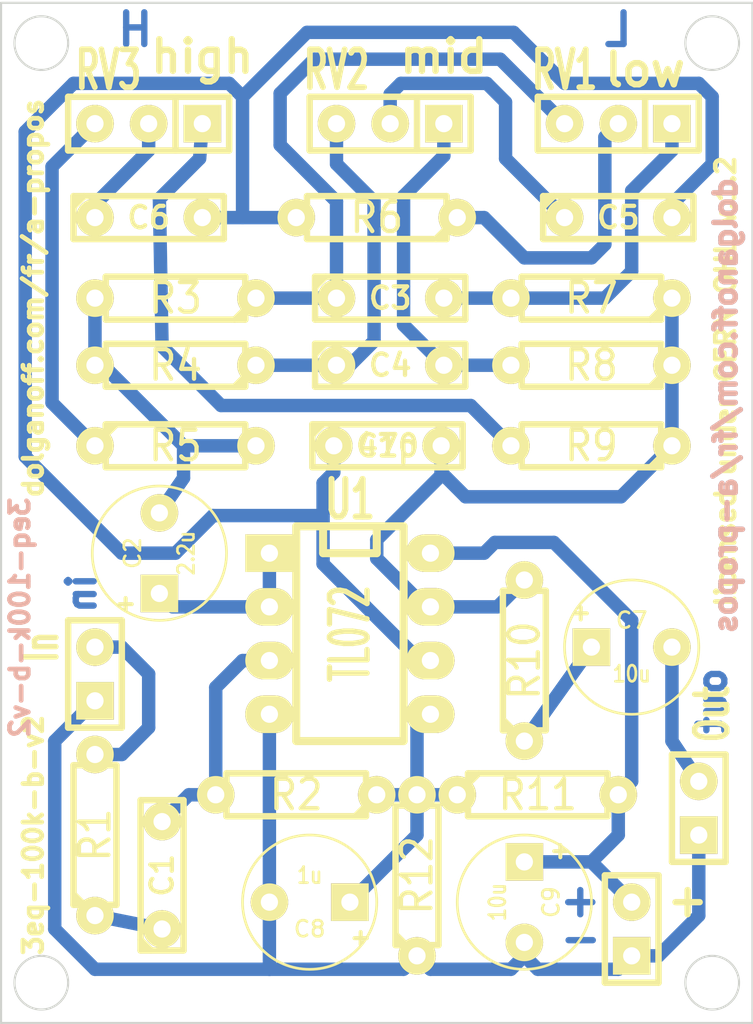
<source format=kicad_pcb>
(kicad_pcb (version 4) (host pcbnew "(2014-09-19 BZR 5142)-product")

  (general
    (links 46)
    (no_connects 0)
    (area 112.328325 75.97 148.005001 124.510001)
    (thickness 1.6)
    (drawings 27)
    (tracks 144)
    (zones 0)
    (modules 29)
    (nets 22)
  )

  (page A4)
  (layers
    (0 F.Cu signal)
    (31 B.Cu signal)
    (32 B.Adhes user hide)
    (33 F.Adhes user hide)
    (34 B.Paste user hide)
    (35 F.Paste user hide)
    (36 B.SilkS user)
    (37 F.SilkS user)
    (38 B.Mask user)
    (39 F.Mask user)
    (40 Dwgs.User user)
    (41 Cmts.User user hide)
    (42 Eco1.User user hide)
    (43 Eco2.User user hide)
    (44 Edge.Cuts user)
    (45 Margin user hide)
    (46 B.CrtYd user hide)
    (47 F.CrtYd user hide)
    (48 B.Fab user hide)
    (49 F.Fab user hide)
  )

  (setup
    (last_trace_width 0.635)
    (trace_clearance 0.508)
    (zone_clearance 0.508)
    (zone_45_only no)
    (trace_min 0.254)
    (segment_width 0.2)
    (edge_width 0.1)
    (via_size 0.889)
    (via_drill 0.635)
    (via_min_size 0.889)
    (via_min_drill 0.508)
    (uvia_size 0.508)
    (uvia_drill 0.127)
    (uvias_allowed no)
    (uvia_min_size 0.508)
    (uvia_min_drill 0.127)
    (pcb_text_width 0.3)
    (pcb_text_size 1.5 1.5)
    (mod_edge_width 0.15)
    (mod_text_size 1 1)
    (mod_text_width 0.15)
    (pad_size 1.5 1.5)
    (pad_drill 0.6)
    (pad_to_mask_clearance 0)
    (aux_axis_origin 0 0)
    (visible_elements 7FFEFFFF)
    (pcbplotparams
      (layerselection 0x00020_00000000)
      (usegerberextensions false)
      (excludeedgelayer false)
      (linewidth 0.100000)
      (plotframeref false)
      (viasonmask false)
      (mode 1)
      (useauxorigin false)
      (hpglpennumber 1)
      (hpglpenspeed 20)
      (hpglpendiameter 15)
      (hpglpenoverlay 2)
      (psnegative false)
      (psa4output false)
      (plotreference true)
      (plotvalue false)
      (plotinvisibletext true)
      (padsonsilk true)
      (subtractmaskfromsilk false)
      (outputformat 4)
      (mirror false)
      (drillshape 1)
      (scaleselection 1)
      (outputdirectory ""))
  )

  (net 0 "")
  (net 1 "Net-(C1-Pad1)")
  (net 2 "Net-(C1-Pad2)")
  (net 3 "Net-(C2-Pad1)")
  (net 4 "Net-(C2-Pad2)")
  (net 5 "Net-(C3-Pad1)")
  (net 6 "Net-(C3-Pad2)")
  (net 7 "Net-(C4-Pad1)")
  (net 8 "Net-(C4-Pad2)")
  (net 9 "Net-(C5-Pad1)")
  (net 10 "Net-(C6-Pad1)")
  (net 11 "Net-(C7-Pad1)")
  (net 12 "Net-(C7-Pad2)")
  (net 13 vRef)
  (net 14 GND)
  (net 15 v+)
  (net 16 "Net-(P1-Pad2)")
  (net 17 "Net-(R5-Pad1)")
  (net 18 "Net-(R6-Pad1)")
  (net 19 "Net-(R9-Pad2)")
  (net 20 "Net-(C10-Pad1)")
  (net 21 "Net-(C10-Pad2)")

  (net_class Default "This is the default net class."
    (clearance 0.508)
    (trace_width 0.635)
    (via_dia 0.889)
    (via_drill 0.635)
    (uvia_dia 0.508)
    (uvia_drill 0.127)
    (add_net GND)
    (add_net "Net-(C1-Pad1)")
    (add_net "Net-(C1-Pad2)")
    (add_net "Net-(C10-Pad1)")
    (add_net "Net-(C10-Pad2)")
    (add_net "Net-(C2-Pad1)")
    (add_net "Net-(C2-Pad2)")
    (add_net "Net-(C3-Pad1)")
    (add_net "Net-(C3-Pad2)")
    (add_net "Net-(C4-Pad1)")
    (add_net "Net-(C4-Pad2)")
    (add_net "Net-(C5-Pad1)")
    (add_net "Net-(C6-Pad1)")
    (add_net "Net-(C7-Pad1)")
    (add_net "Net-(C7-Pad2)")
    (add_net "Net-(P1-Pad2)")
    (add_net "Net-(R5-Pad1)")
    (add_net "Net-(R6-Pad1)")
    (add_net "Net-(R9-Pad2)")
    (add_net v+)
    (add_net vRef)
  )

  (module Custom:C2-LARGE_PADS (layer F.Cu) (tedit 51B5A1DF) (tstamp 53FDE2E0)
    (at 120.015 117.475 90)
    (descr "Condensateur = 2 pas")
    (tags C)
    (path /53FDBB5C)
    (fp_text reference C1 (at 0 0 90) (layer F.SilkS)
      (effects (font (size 1.016 1.016) (thickness 0.2032)))
    )
    (fp_text value 0.1u (at 0 0 90) (layer F.SilkS) hide
      (effects (font (size 1.016 1.016) (thickness 0.2032)))
    )
    (fp_line (start -3.556 -1.016) (end 3.556 -1.016) (layer F.SilkS) (width 0.3048))
    (fp_line (start 3.556 -1.016) (end 3.556 1.016) (layer F.SilkS) (width 0.3048))
    (fp_line (start 3.556 1.016) (end -3.556 1.016) (layer F.SilkS) (width 0.3048))
    (fp_line (start -3.556 1.016) (end -3.556 -1.016) (layer F.SilkS) (width 0.3048))
    (fp_line (start -3.556 -0.508) (end -3.048 -1.016) (layer F.SilkS) (width 0.3048))
    (pad 1 thru_hole circle (at -2.54 0 90) (size 1.778 1.778) (drill 0.8128) (layers *.Cu *.Mask F.SilkS)
      (net 1 "Net-(C1-Pad1)"))
    (pad 2 thru_hole circle (at 2.54 0 90) (size 1.778 1.778) (drill 0.8128) (layers *.Cu *.Mask F.SilkS)
      (net 2 "Net-(C1-Pad2)"))
    (model discret/capa_2pas_5x5mm.wrl
      (at (xyz 0 0 0))
      (scale (xyz 1 1 1))
      (rotate (xyz 0 0 0))
    )
  )

  (module Custom:C1.5V7-LARGE_PADS (layer F.Cu) (tedit 53FDDD10) (tstamp 53FDE2E8)
    (at 119.888 102.235 90)
    (descr "Condensateur e = 1.5 pas")
    (tags C)
    (path /53FE7685)
    (fp_text reference C2 (at 0 -1.26746 90) (layer F.SilkS)
      (effects (font (size 0.762 0.762) (thickness 0.127)))
    )
    (fp_text value 2.2u (at 0 1.27 90) (layer F.SilkS)
      (effects (font (size 0.762 0.635) (thickness 0.127)))
    )
    (fp_text user + (at -2.413 -1.651 90) (layer F.SilkS)
      (effects (font (size 0.762 0.762) (thickness 0.2032)))
    )
    (fp_circle (center 0 0) (end 0.127 -3.175) (layer F.SilkS) (width 0.127))
    (pad 1 thru_hole rect (at -1.905 0 90) (size 1.778 1.778) (drill 0.8128) (layers *.Cu *.Mask F.SilkS)
      (net 3 "Net-(C2-Pad1)"))
    (pad 2 thru_hole circle (at 1.905 0 90) (size 1.778 1.778) (drill 0.8128) (layers *.Cu *.Mask F.SilkS)
      (net 4 "Net-(C2-Pad2)"))
    (model discret/c_vert_c1v5.wrl
      (at (xyz 0 0 0))
      (scale (xyz 1.5 1.5 1.5))
      (rotate (xyz 0 0 0))
    )
  )

  (module Custom:C2-LARGE_PADS (layer F.Cu) (tedit 51B5A1DF) (tstamp 53FDE2F3)
    (at 130.81 90.17)
    (descr "Condensateur = 2 pas")
    (tags C)
    (path /53FDC2BE)
    (fp_text reference C3 (at 0 0) (layer F.SilkS)
      (effects (font (size 1.016 1.016) (thickness 0.2032)))
    )
    (fp_text value 22n (at 0 0) (layer F.SilkS) hide
      (effects (font (size 1.016 1.016) (thickness 0.2032)))
    )
    (fp_line (start -3.556 -1.016) (end 3.556 -1.016) (layer F.SilkS) (width 0.3048))
    (fp_line (start 3.556 -1.016) (end 3.556 1.016) (layer F.SilkS) (width 0.3048))
    (fp_line (start 3.556 1.016) (end -3.556 1.016) (layer F.SilkS) (width 0.3048))
    (fp_line (start -3.556 1.016) (end -3.556 -1.016) (layer F.SilkS) (width 0.3048))
    (fp_line (start -3.556 -0.508) (end -3.048 -1.016) (layer F.SilkS) (width 0.3048))
    (pad 1 thru_hole circle (at -2.54 0) (size 1.778 1.778) (drill 0.8128) (layers *.Cu *.Mask F.SilkS)
      (net 5 "Net-(C3-Pad1)"))
    (pad 2 thru_hole circle (at 2.54 0) (size 1.778 1.778) (drill 0.8128) (layers *.Cu *.Mask F.SilkS)
      (net 6 "Net-(C3-Pad2)"))
    (model discret/capa_2pas_5x5mm.wrl
      (at (xyz 0 0 0))
      (scale (xyz 1 1 1))
      (rotate (xyz 0 0 0))
    )
  )

  (module Custom:C2-LARGE_PADS (layer F.Cu) (tedit 51B5A1DF) (tstamp 53FDE2FE)
    (at 130.81 93.345)
    (descr "Condensateur = 2 pas")
    (tags C)
    (path /53FDC47C)
    (fp_text reference C4 (at 0 0) (layer F.SilkS)
      (effects (font (size 1.016 1.016) (thickness 0.2032)))
    )
    (fp_text value 3.3n (at 0 0) (layer F.SilkS) hide
      (effects (font (size 1.016 1.016) (thickness 0.2032)))
    )
    (fp_line (start -3.556 -1.016) (end 3.556 -1.016) (layer F.SilkS) (width 0.3048))
    (fp_line (start 3.556 -1.016) (end 3.556 1.016) (layer F.SilkS) (width 0.3048))
    (fp_line (start 3.556 1.016) (end -3.556 1.016) (layer F.SilkS) (width 0.3048))
    (fp_line (start -3.556 1.016) (end -3.556 -1.016) (layer F.SilkS) (width 0.3048))
    (fp_line (start -3.556 -0.508) (end -3.048 -1.016) (layer F.SilkS) (width 0.3048))
    (pad 1 thru_hole circle (at -2.54 0) (size 1.778 1.778) (drill 0.8128) (layers *.Cu *.Mask F.SilkS)
      (net 7 "Net-(C4-Pad1)"))
    (pad 2 thru_hole circle (at 2.54 0) (size 1.778 1.778) (drill 0.8128) (layers *.Cu *.Mask F.SilkS)
      (net 8 "Net-(C4-Pad2)"))
    (model discret/capa_2pas_5x5mm.wrl
      (at (xyz 0 0 0))
      (scale (xyz 1 1 1))
      (rotate (xyz 0 0 0))
    )
  )

  (module Custom:C2-LARGE_PADS (layer F.Cu) (tedit 51B5A1DF) (tstamp 53FDE309)
    (at 141.605 86.36)
    (descr "Condensateur = 2 pas")
    (tags C)
    (path /53FDCAA8)
    (fp_text reference C5 (at 0 0) (layer F.SilkS)
      (effects (font (size 1.016 1.016) (thickness 0.2032)))
    )
    (fp_text value 10n (at 0 0) (layer F.SilkS) hide
      (effects (font (size 1.016 1.016) (thickness 0.2032)))
    )
    (fp_line (start -3.556 -1.016) (end 3.556 -1.016) (layer F.SilkS) (width 0.3048))
    (fp_line (start 3.556 -1.016) (end 3.556 1.016) (layer F.SilkS) (width 0.3048))
    (fp_line (start 3.556 1.016) (end -3.556 1.016) (layer F.SilkS) (width 0.3048))
    (fp_line (start -3.556 1.016) (end -3.556 -1.016) (layer F.SilkS) (width 0.3048))
    (fp_line (start -3.556 -0.508) (end -3.048 -1.016) (layer F.SilkS) (width 0.3048))
    (pad 1 thru_hole circle (at -2.54 0) (size 1.778 1.778) (drill 0.8128) (layers *.Cu *.Mask F.SilkS)
      (net 9 "Net-(C5-Pad1)"))
    (pad 2 thru_hole circle (at 2.54 0) (size 1.778 1.778) (drill 0.8128) (layers *.Cu *.Mask F.SilkS)
      (net 20 "Net-(C10-Pad1)"))
    (model discret/capa_2pas_5x5mm.wrl
      (at (xyz 0 0 0))
      (scale (xyz 1 1 1))
      (rotate (xyz 0 0 0))
    )
  )

  (module Custom:C2-LARGE_PADS (layer F.Cu) (tedit 51B5A1DF) (tstamp 53FDE314)
    (at 119.38 86.36)
    (descr "Condensateur = 2 pas")
    (tags C)
    (path /53FDCDDD)
    (fp_text reference C6 (at 0 0) (layer F.SilkS)
      (effects (font (size 1.016 1.016) (thickness 0.2032)))
    )
    (fp_text value 2.2n (at 0 0) (layer F.SilkS) hide
      (effects (font (size 1.016 1.016) (thickness 0.2032)))
    )
    (fp_line (start -3.556 -1.016) (end 3.556 -1.016) (layer F.SilkS) (width 0.3048))
    (fp_line (start 3.556 -1.016) (end 3.556 1.016) (layer F.SilkS) (width 0.3048))
    (fp_line (start 3.556 1.016) (end -3.556 1.016) (layer F.SilkS) (width 0.3048))
    (fp_line (start -3.556 1.016) (end -3.556 -1.016) (layer F.SilkS) (width 0.3048))
    (fp_line (start -3.556 -0.508) (end -3.048 -1.016) (layer F.SilkS) (width 0.3048))
    (pad 1 thru_hole circle (at -2.54 0) (size 1.778 1.778) (drill 0.8128) (layers *.Cu *.Mask F.SilkS)
      (net 10 "Net-(C6-Pad1)"))
    (pad 2 thru_hole circle (at 2.54 0) (size 1.778 1.778) (drill 0.8128) (layers *.Cu *.Mask F.SilkS)
      (net 20 "Net-(C10-Pad1)"))
    (model discret/capa_2pas_5x5mm.wrl
      (at (xyz 0 0 0))
      (scale (xyz 1 1 1))
      (rotate (xyz 0 0 0))
    )
  )

  (module Custom:C1.5V7-LARGE_PADS (layer F.Cu) (tedit 53FDDD10) (tstamp 53FFC72C)
    (at 142.24 106.68)
    (descr "Condensateur e = 1.5 pas")
    (tags C)
    (path /53FDE111)
    (fp_text reference C7 (at 0 -1.26746) (layer F.SilkS)
      (effects (font (size 0.762 0.762) (thickness 0.127)))
    )
    (fp_text value 10u (at 0 1.27) (layer F.SilkS)
      (effects (font (size 0.762 0.635) (thickness 0.127)))
    )
    (fp_text user + (at -2.413 -1.651) (layer F.SilkS)
      (effects (font (size 0.762 0.762) (thickness 0.2032)))
    )
    (fp_circle (center 0 0) (end 0.127 -3.175) (layer F.SilkS) (width 0.127))
    (pad 1 thru_hole rect (at -1.905 0) (size 1.778 1.778) (drill 0.8128) (layers *.Cu *.Mask F.SilkS)
      (net 11 "Net-(C7-Pad1)"))
    (pad 2 thru_hole circle (at 1.905 0) (size 1.778 1.778) (drill 0.8128) (layers *.Cu *.Mask F.SilkS)
      (net 12 "Net-(C7-Pad2)"))
    (model discret/c_vert_c1v5.wrl
      (at (xyz 0 0 0))
      (scale (xyz 1.5 1.5 1.5))
      (rotate (xyz 0 0 0))
    )
  )

  (module Custom:C1.5V7-LARGE_PADS (layer F.Cu) (tedit 53FDDD10) (tstamp 53FDE324)
    (at 127 118.745 180)
    (descr "Condensateur e = 1.5 pas")
    (tags C)
    (path /53FDFA0B)
    (fp_text reference C8 (at 0 -1.26746 180) (layer F.SilkS)
      (effects (font (size 0.762 0.762) (thickness 0.127)))
    )
    (fp_text value 1u (at 0 1.27 180) (layer F.SilkS)
      (effects (font (size 0.762 0.635) (thickness 0.127)))
    )
    (fp_text user + (at -2.413 -1.651 180) (layer F.SilkS)
      (effects (font (size 0.762 0.762) (thickness 0.2032)))
    )
    (fp_circle (center 0 0) (end 0.127 -3.175) (layer F.SilkS) (width 0.127))
    (pad 1 thru_hole rect (at -1.905 0 180) (size 1.778 1.778) (drill 0.8128) (layers *.Cu *.Mask F.SilkS)
      (net 13 vRef))
    (pad 2 thru_hole circle (at 1.905 0 180) (size 1.778 1.778) (drill 0.8128) (layers *.Cu *.Mask F.SilkS)
      (net 14 GND))
    (model discret/c_vert_c1v5.wrl
      (at (xyz 0 0 0))
      (scale (xyz 1.5 1.5 1.5))
      (rotate (xyz 0 0 0))
    )
  )

  (module Custom:C1.5V7-LARGE_PADS (layer F.Cu) (tedit 53FDDD10) (tstamp 53FDE32C)
    (at 137.16 118.745 270)
    (descr "Condensateur e = 1.5 pas")
    (tags C)
    (path /53FDFBF8)
    (fp_text reference C9 (at 0 -1.26746 270) (layer F.SilkS)
      (effects (font (size 0.762 0.762) (thickness 0.127)))
    )
    (fp_text value 10u (at 0 1.27 270) (layer F.SilkS)
      (effects (font (size 0.762 0.635) (thickness 0.127)))
    )
    (fp_text user + (at -2.413 -1.651 270) (layer F.SilkS)
      (effects (font (size 0.762 0.762) (thickness 0.2032)))
    )
    (fp_circle (center 0 0) (end 0.127 -3.175) (layer F.SilkS) (width 0.127))
    (pad 1 thru_hole rect (at -1.905 0 270) (size 1.778 1.778) (drill 0.8128) (layers *.Cu *.Mask F.SilkS)
      (net 15 v+))
    (pad 2 thru_hole circle (at 1.905 0 270) (size 1.778 1.778) (drill 0.8128) (layers *.Cu *.Mask F.SilkS)
      (net 14 GND))
    (model discret/c_vert_c1v5.wrl
      (at (xyz 0 0 0))
      (scale (xyz 1.5 1.5 1.5))
      (rotate (xyz 0 0 0))
    )
  )

  (module Custom:SIL-2-LARGE_PADS (layer F.Cu) (tedit 53FE459A) (tstamp 53FDE336)
    (at 116.84 107.95 90)
    (descr "Connecteurs 2 pins")
    (tags "CONN DEV")
    (path /53FDEDC6)
    (fp_text reference P1 (at 0 -2.54 90) (layer F.SilkS) hide
      (effects (font (size 1.72974 1.08712) (thickness 0.27178)))
    )
    (fp_text value In (at 1.27 -2.54 90) (layer F.SilkS)
      (effects (font (size 1.524 1.016) (thickness 0.254)))
    )
    (fp_line (start -2.54 1.27) (end -2.54 -1.27) (layer F.SilkS) (width 0.3048))
    (fp_line (start -2.54 -1.27) (end 2.54 -1.27) (layer F.SilkS) (width 0.3048))
    (fp_line (start 2.54 -1.27) (end 2.54 1.27) (layer F.SilkS) (width 0.3048))
    (fp_line (start 2.54 1.27) (end -2.54 1.27) (layer F.SilkS) (width 0.3048))
    (pad 1 thru_hole rect (at -1.27 0 90) (size 1.778 1.778) (drill 0.8128) (layers *.Cu *.Mask F.SilkS)
      (net 14 GND))
    (pad 2 thru_hole circle (at 1.27 0 90) (size 1.778 1.778) (drill 0.8128) (layers *.Cu *.Mask F.SilkS)
      (net 16 "Net-(P1-Pad2)"))
  )

  (module Custom:SIL-2-LARGE_PADS (layer F.Cu) (tedit 53FE45B1) (tstamp 53FDE340)
    (at 145.415 114.3 90)
    (descr "Connecteurs 2 pins")
    (tags "CONN DEV")
    (path /53FDE8A1)
    (fp_text reference P2 (at 2.54 -2.54 90) (layer F.SilkS) hide
      (effects (font (size 1.72974 1.08712) (thickness 0.27178)))
    )
    (fp_text value Out (at 4.445 0.635 90) (layer F.SilkS)
      (effects (font (size 1.524 1.016) (thickness 0.254)))
    )
    (fp_line (start -2.54 1.27) (end -2.54 -1.27) (layer F.SilkS) (width 0.3048))
    (fp_line (start -2.54 -1.27) (end 2.54 -1.27) (layer F.SilkS) (width 0.3048))
    (fp_line (start 2.54 -1.27) (end 2.54 1.27) (layer F.SilkS) (width 0.3048))
    (fp_line (start 2.54 1.27) (end -2.54 1.27) (layer F.SilkS) (width 0.3048))
    (pad 1 thru_hole rect (at -1.27 0 90) (size 1.778 1.778) (drill 0.8128) (layers *.Cu *.Mask F.SilkS)
      (net 14 GND))
    (pad 2 thru_hole circle (at 1.27 0 90) (size 1.778 1.778) (drill 0.8128) (layers *.Cu *.Mask F.SilkS)
      (net 12 "Net-(C7-Pad2)"))
  )

  (module Custom:SIL-2-LARGE_PADS (layer F.Cu) (tedit 5400644D) (tstamp 53FDE34A)
    (at 142.24 120.015 90)
    (descr "Connecteurs 2 pins")
    (tags "CONN DEV")
    (path /53FE0641)
    (fp_text reference P3 (at -2.032 -2.54 90) (layer F.SilkS) hide
      (effects (font (size 1.72974 1.08712) (thickness 0.27178)))
    )
    (fp_text value Power (at 1.397 -2.286 90) (layer F.SilkS) hide
      (effects (font (size 1.524 1.016) (thickness 0.3048)))
    )
    (fp_line (start -2.54 1.27) (end -2.54 -1.27) (layer F.SilkS) (width 0.3048))
    (fp_line (start -2.54 -1.27) (end 2.54 -1.27) (layer F.SilkS) (width 0.3048))
    (fp_line (start 2.54 -1.27) (end 2.54 1.27) (layer F.SilkS) (width 0.3048))
    (fp_line (start 2.54 1.27) (end -2.54 1.27) (layer F.SilkS) (width 0.3048))
    (pad 1 thru_hole rect (at -1.27 0 90) (size 1.778 1.778) (drill 0.8128) (layers *.Cu *.Mask F.SilkS)
      (net 14 GND))
    (pad 2 thru_hole circle (at 1.27 0 90) (size 1.778 1.778) (drill 0.8128) (layers *.Cu *.Mask F.SilkS)
      (net 15 v+))
  )

  (module Custom:R3-LARGE_PADS (layer F.Cu) (tedit 51B5A1F4) (tstamp 53FDE358)
    (at 116.84 115.57 90)
    (descr "Resitance 3 pas")
    (tags R)
    (path /53FDBB22)
    (autoplace_cost180 10)
    (fp_text reference R1 (at 0 0 90) (layer F.SilkS)
      (effects (font (size 1.397 1.27) (thickness 0.2032)))
    )
    (fp_text value 1K (at 0 0 90) (layer F.SilkS) hide
      (effects (font (size 1.397 1.27) (thickness 0.2032)))
    )
    (fp_line (start -3.81 0) (end -3.302 0) (layer F.SilkS) (width 0.3048))
    (fp_line (start 3.81 0) (end 3.302 0) (layer F.SilkS) (width 0.3048))
    (fp_line (start 3.302 0) (end 3.302 -1.016) (layer F.SilkS) (width 0.3048))
    (fp_line (start 3.302 -1.016) (end -3.302 -1.016) (layer F.SilkS) (width 0.3048))
    (fp_line (start -3.302 -1.016) (end -3.302 1.016) (layer F.SilkS) (width 0.3048))
    (fp_line (start -3.302 1.016) (end 3.302 1.016) (layer F.SilkS) (width 0.3048))
    (fp_line (start 3.302 1.016) (end 3.302 0) (layer F.SilkS) (width 0.3048))
    (fp_line (start -3.302 -0.508) (end -2.794 -1.016) (layer F.SilkS) (width 0.3048))
    (pad 1 thru_hole circle (at -3.81 0 90) (size 1.778 1.778) (drill 0.8128) (layers *.Cu *.Mask F.SilkS)
      (net 1 "Net-(C1-Pad1)"))
    (pad 2 thru_hole circle (at 3.81 0 90) (size 1.778 1.778) (drill 0.8128) (layers *.Cu *.Mask F.SilkS)
      (net 16 "Net-(P1-Pad2)"))
    (model discret/resistor.wrl
      (at (xyz 0 0 0))
      (scale (xyz 0.3 0.3 0.3))
      (rotate (xyz 0 0 0))
    )
  )

  (module Custom:R3-LARGE_PADS (layer F.Cu) (tedit 51B5A1F4) (tstamp 53FDE366)
    (at 126.365 113.665 180)
    (descr "Resitance 3 pas")
    (tags R)
    (path /53FDBBE1)
    (autoplace_cost180 10)
    (fp_text reference R2 (at 0 0 180) (layer F.SilkS)
      (effects (font (size 1.397 1.27) (thickness 0.2032)))
    )
    (fp_text value "4.7 Meg" (at 0 0 180) (layer F.SilkS) hide
      (effects (font (size 1.397 1.27) (thickness 0.2032)))
    )
    (fp_line (start -3.81 0) (end -3.302 0) (layer F.SilkS) (width 0.3048))
    (fp_line (start 3.81 0) (end 3.302 0) (layer F.SilkS) (width 0.3048))
    (fp_line (start 3.302 0) (end 3.302 -1.016) (layer F.SilkS) (width 0.3048))
    (fp_line (start 3.302 -1.016) (end -3.302 -1.016) (layer F.SilkS) (width 0.3048))
    (fp_line (start -3.302 -1.016) (end -3.302 1.016) (layer F.SilkS) (width 0.3048))
    (fp_line (start -3.302 1.016) (end 3.302 1.016) (layer F.SilkS) (width 0.3048))
    (fp_line (start 3.302 1.016) (end 3.302 0) (layer F.SilkS) (width 0.3048))
    (fp_line (start -3.302 -0.508) (end -2.794 -1.016) (layer F.SilkS) (width 0.3048))
    (pad 1 thru_hole circle (at -3.81 0 180) (size 1.778 1.778) (drill 0.8128) (layers *.Cu *.Mask F.SilkS)
      (net 13 vRef))
    (pad 2 thru_hole circle (at 3.81 0 180) (size 1.778 1.778) (drill 0.8128) (layers *.Cu *.Mask F.SilkS)
      (net 2 "Net-(C1-Pad2)"))
    (model discret/resistor.wrl
      (at (xyz 0 0 0))
      (scale (xyz 0.3 0.3 0.3))
      (rotate (xyz 0 0 0))
    )
  )

  (module Custom:R3-LARGE_PADS (layer F.Cu) (tedit 51B5A1F4) (tstamp 53FDE374)
    (at 120.65 90.17 180)
    (descr "Resitance 3 pas")
    (tags R)
    (path /53FDC007)
    (autoplace_cost180 10)
    (fp_text reference R3 (at 0 0 180) (layer F.SilkS)
      (effects (font (size 1.397 1.27) (thickness 0.2032)))
    )
    (fp_text value 22K (at 0 0 180) (layer F.SilkS) hide
      (effects (font (size 1.397 1.27) (thickness 0.2032)))
    )
    (fp_line (start -3.81 0) (end -3.302 0) (layer F.SilkS) (width 0.3048))
    (fp_line (start 3.81 0) (end 3.302 0) (layer F.SilkS) (width 0.3048))
    (fp_line (start 3.302 0) (end 3.302 -1.016) (layer F.SilkS) (width 0.3048))
    (fp_line (start 3.302 -1.016) (end -3.302 -1.016) (layer F.SilkS) (width 0.3048))
    (fp_line (start -3.302 -1.016) (end -3.302 1.016) (layer F.SilkS) (width 0.3048))
    (fp_line (start -3.302 1.016) (end 3.302 1.016) (layer F.SilkS) (width 0.3048))
    (fp_line (start 3.302 1.016) (end 3.302 0) (layer F.SilkS) (width 0.3048))
    (fp_line (start -3.302 -0.508) (end -2.794 -1.016) (layer F.SilkS) (width 0.3048))
    (pad 1 thru_hole circle (at -3.81 0 180) (size 1.778 1.778) (drill 0.8128) (layers *.Cu *.Mask F.SilkS)
      (net 5 "Net-(C3-Pad1)"))
    (pad 2 thru_hole circle (at 3.81 0 180) (size 1.778 1.778) (drill 0.8128) (layers *.Cu *.Mask F.SilkS)
      (net 4 "Net-(C2-Pad2)"))
    (model discret/resistor.wrl
      (at (xyz 0 0 0))
      (scale (xyz 0.3 0.3 0.3))
      (rotate (xyz 0 0 0))
    )
  )

  (module Custom:R3-LARGE_PADS (layer F.Cu) (tedit 51B5A1F4) (tstamp 53FDE382)
    (at 120.65 93.345 180)
    (descr "Resitance 3 pas")
    (tags R)
    (path /53FDC033)
    (autoplace_cost180 10)
    (fp_text reference R4 (at 0 0 180) (layer F.SilkS)
      (effects (font (size 1.397 1.27) (thickness 0.2032)))
    )
    (fp_text value 10K (at 0 0 180) (layer F.SilkS) hide
      (effects (font (size 1.397 1.27) (thickness 0.2032)))
    )
    (fp_line (start -3.81 0) (end -3.302 0) (layer F.SilkS) (width 0.3048))
    (fp_line (start 3.81 0) (end 3.302 0) (layer F.SilkS) (width 0.3048))
    (fp_line (start 3.302 0) (end 3.302 -1.016) (layer F.SilkS) (width 0.3048))
    (fp_line (start 3.302 -1.016) (end -3.302 -1.016) (layer F.SilkS) (width 0.3048))
    (fp_line (start -3.302 -1.016) (end -3.302 1.016) (layer F.SilkS) (width 0.3048))
    (fp_line (start -3.302 1.016) (end 3.302 1.016) (layer F.SilkS) (width 0.3048))
    (fp_line (start 3.302 1.016) (end 3.302 0) (layer F.SilkS) (width 0.3048))
    (fp_line (start -3.302 -0.508) (end -2.794 -1.016) (layer F.SilkS) (width 0.3048))
    (pad 1 thru_hole circle (at -3.81 0 180) (size 1.778 1.778) (drill 0.8128) (layers *.Cu *.Mask F.SilkS)
      (net 7 "Net-(C4-Pad1)"))
    (pad 2 thru_hole circle (at 3.81 0 180) (size 1.778 1.778) (drill 0.8128) (layers *.Cu *.Mask F.SilkS)
      (net 4 "Net-(C2-Pad2)"))
    (model discret/resistor.wrl
      (at (xyz 0 0 0))
      (scale (xyz 0.3 0.3 0.3))
      (rotate (xyz 0 0 0))
    )
  )

  (module Custom:R3-LARGE_PADS (layer F.Cu) (tedit 51B5A1F4) (tstamp 53FDE390)
    (at 120.65 97.155)
    (descr "Resitance 3 pas")
    (tags R)
    (path /53FDCD67)
    (autoplace_cost180 10)
    (fp_text reference R5 (at 0 0) (layer F.SilkS)
      (effects (font (size 1.397 1.27) (thickness 0.2032)))
    )
    (fp_text value 4.7K (at 0 0) (layer F.SilkS) hide
      (effects (font (size 1.397 1.27) (thickness 0.2032)))
    )
    (fp_line (start -3.81 0) (end -3.302 0) (layer F.SilkS) (width 0.3048))
    (fp_line (start 3.81 0) (end 3.302 0) (layer F.SilkS) (width 0.3048))
    (fp_line (start 3.302 0) (end 3.302 -1.016) (layer F.SilkS) (width 0.3048))
    (fp_line (start 3.302 -1.016) (end -3.302 -1.016) (layer F.SilkS) (width 0.3048))
    (fp_line (start -3.302 -1.016) (end -3.302 1.016) (layer F.SilkS) (width 0.3048))
    (fp_line (start -3.302 1.016) (end 3.302 1.016) (layer F.SilkS) (width 0.3048))
    (fp_line (start 3.302 1.016) (end 3.302 0) (layer F.SilkS) (width 0.3048))
    (fp_line (start -3.302 -0.508) (end -2.794 -1.016) (layer F.SilkS) (width 0.3048))
    (pad 1 thru_hole circle (at -3.81 0) (size 1.778 1.778) (drill 0.8128) (layers *.Cu *.Mask F.SilkS)
      (net 17 "Net-(R5-Pad1)"))
    (pad 2 thru_hole circle (at 3.81 0) (size 1.778 1.778) (drill 0.8128) (layers *.Cu *.Mask F.SilkS)
      (net 4 "Net-(C2-Pad2)"))
    (model discret/resistor.wrl
      (at (xyz 0 0 0))
      (scale (xyz 0.3 0.3 0.3))
      (rotate (xyz 0 0 0))
    )
  )

  (module Custom:R3-LARGE_PADS (layer F.Cu) (tedit 51B5A1F4) (tstamp 53FDE39E)
    (at 130.175 86.36 180)
    (descr "Resitance 3 pas")
    (tags R)
    (path /53FDC703)
    (autoplace_cost180 10)
    (fp_text reference R6 (at 0 0 180) (layer F.SilkS)
      (effects (font (size 1.397 1.27) (thickness 0.2032)))
    )
    (fp_text value 10K (at 0 0 180) (layer F.SilkS) hide
      (effects (font (size 1.397 1.27) (thickness 0.2032)))
    )
    (fp_line (start -3.81 0) (end -3.302 0) (layer F.SilkS) (width 0.3048))
    (fp_line (start 3.81 0) (end 3.302 0) (layer F.SilkS) (width 0.3048))
    (fp_line (start 3.302 0) (end 3.302 -1.016) (layer F.SilkS) (width 0.3048))
    (fp_line (start 3.302 -1.016) (end -3.302 -1.016) (layer F.SilkS) (width 0.3048))
    (fp_line (start -3.302 -1.016) (end -3.302 1.016) (layer F.SilkS) (width 0.3048))
    (fp_line (start -3.302 1.016) (end 3.302 1.016) (layer F.SilkS) (width 0.3048))
    (fp_line (start 3.302 1.016) (end 3.302 0) (layer F.SilkS) (width 0.3048))
    (fp_line (start -3.302 -0.508) (end -2.794 -1.016) (layer F.SilkS) (width 0.3048))
    (pad 1 thru_hole circle (at -3.81 0 180) (size 1.778 1.778) (drill 0.8128) (layers *.Cu *.Mask F.SilkS)
      (net 18 "Net-(R6-Pad1)"))
    (pad 2 thru_hole circle (at 3.81 0 180) (size 1.778 1.778) (drill 0.8128) (layers *.Cu *.Mask F.SilkS)
      (net 20 "Net-(C10-Pad1)"))
    (model discret/resistor.wrl
      (at (xyz 0 0 0))
      (scale (xyz 0.3 0.3 0.3))
      (rotate (xyz 0 0 0))
    )
  )

  (module Custom:R3-LARGE_PADS (layer F.Cu) (tedit 51B5A1F4) (tstamp 53FDE3AC)
    (at 140.335 90.17 180)
    (descr "Resitance 3 pas")
    (tags R)
    (path /53FDC2F0)
    (autoplace_cost180 10)
    (fp_text reference R7 (at 0 0 180) (layer F.SilkS)
      (effects (font (size 1.397 1.27) (thickness 0.2032)))
    )
    (fp_text value 22K (at 0 0 180) (layer F.SilkS) hide
      (effects (font (size 1.397 1.27) (thickness 0.2032)))
    )
    (fp_line (start -3.81 0) (end -3.302 0) (layer F.SilkS) (width 0.3048))
    (fp_line (start 3.81 0) (end 3.302 0) (layer F.SilkS) (width 0.3048))
    (fp_line (start 3.302 0) (end 3.302 -1.016) (layer F.SilkS) (width 0.3048))
    (fp_line (start 3.302 -1.016) (end -3.302 -1.016) (layer F.SilkS) (width 0.3048))
    (fp_line (start -3.302 -1.016) (end -3.302 1.016) (layer F.SilkS) (width 0.3048))
    (fp_line (start -3.302 1.016) (end 3.302 1.016) (layer F.SilkS) (width 0.3048))
    (fp_line (start 3.302 1.016) (end 3.302 0) (layer F.SilkS) (width 0.3048))
    (fp_line (start -3.302 -0.508) (end -2.794 -1.016) (layer F.SilkS) (width 0.3048))
    (pad 1 thru_hole circle (at -3.81 0 180) (size 1.778 1.778) (drill 0.8128) (layers *.Cu *.Mask F.SilkS)
      (net 21 "Net-(C10-Pad2)"))
    (pad 2 thru_hole circle (at 3.81 0 180) (size 1.778 1.778) (drill 0.8128) (layers *.Cu *.Mask F.SilkS)
      (net 6 "Net-(C3-Pad2)"))
    (model discret/resistor.wrl
      (at (xyz 0 0 0))
      (scale (xyz 0.3 0.3 0.3))
      (rotate (xyz 0 0 0))
    )
  )

  (module Custom:R3-LARGE_PADS (layer F.Cu) (tedit 51B5A1F4) (tstamp 53FDE3BA)
    (at 140.335 93.345 180)
    (descr "Resitance 3 pas")
    (tags R)
    (path /53FDC506)
    (autoplace_cost180 10)
    (fp_text reference R8 (at 0 0 180) (layer F.SilkS)
      (effects (font (size 1.397 1.27) (thickness 0.2032)))
    )
    (fp_text value 10K (at 0 0 180) (layer F.SilkS) hide
      (effects (font (size 1.397 1.27) (thickness 0.2032)))
    )
    (fp_line (start -3.81 0) (end -3.302 0) (layer F.SilkS) (width 0.3048))
    (fp_line (start 3.81 0) (end 3.302 0) (layer F.SilkS) (width 0.3048))
    (fp_line (start 3.302 0) (end 3.302 -1.016) (layer F.SilkS) (width 0.3048))
    (fp_line (start 3.302 -1.016) (end -3.302 -1.016) (layer F.SilkS) (width 0.3048))
    (fp_line (start -3.302 -1.016) (end -3.302 1.016) (layer F.SilkS) (width 0.3048))
    (fp_line (start -3.302 1.016) (end 3.302 1.016) (layer F.SilkS) (width 0.3048))
    (fp_line (start 3.302 1.016) (end 3.302 0) (layer F.SilkS) (width 0.3048))
    (fp_line (start -3.302 -0.508) (end -2.794 -1.016) (layer F.SilkS) (width 0.3048))
    (pad 1 thru_hole circle (at -3.81 0 180) (size 1.778 1.778) (drill 0.8128) (layers *.Cu *.Mask F.SilkS)
      (net 21 "Net-(C10-Pad2)"))
    (pad 2 thru_hole circle (at 3.81 0 180) (size 1.778 1.778) (drill 0.8128) (layers *.Cu *.Mask F.SilkS)
      (net 8 "Net-(C4-Pad2)"))
    (model discret/resistor.wrl
      (at (xyz 0 0 0))
      (scale (xyz 0.3 0.3 0.3))
      (rotate (xyz 0 0 0))
    )
  )

  (module Custom:R3-LARGE_PADS (layer F.Cu) (tedit 51B5A1F4) (tstamp 53FDE3C8)
    (at 140.335 97.155 180)
    (descr "Resitance 3 pas")
    (tags R)
    (path /53FDC064)
    (autoplace_cost180 10)
    (fp_text reference R9 (at 0 0 180) (layer F.SilkS)
      (effects (font (size 1.397 1.27) (thickness 0.2032)))
    )
    (fp_text value 4.7K (at 0 0 180) (layer F.SilkS) hide
      (effects (font (size 1.397 1.27) (thickness 0.2032)))
    )
    (fp_line (start -3.81 0) (end -3.302 0) (layer F.SilkS) (width 0.3048))
    (fp_line (start 3.81 0) (end 3.302 0) (layer F.SilkS) (width 0.3048))
    (fp_line (start 3.302 0) (end 3.302 -1.016) (layer F.SilkS) (width 0.3048))
    (fp_line (start 3.302 -1.016) (end -3.302 -1.016) (layer F.SilkS) (width 0.3048))
    (fp_line (start -3.302 -1.016) (end -3.302 1.016) (layer F.SilkS) (width 0.3048))
    (fp_line (start -3.302 1.016) (end 3.302 1.016) (layer F.SilkS) (width 0.3048))
    (fp_line (start 3.302 1.016) (end 3.302 0) (layer F.SilkS) (width 0.3048))
    (fp_line (start -3.302 -0.508) (end -2.794 -1.016) (layer F.SilkS) (width 0.3048))
    (pad 1 thru_hole circle (at -3.81 0 180) (size 1.778 1.778) (drill 0.8128) (layers *.Cu *.Mask F.SilkS)
      (net 21 "Net-(C10-Pad2)"))
    (pad 2 thru_hole circle (at 3.81 0 180) (size 1.778 1.778) (drill 0.8128) (layers *.Cu *.Mask F.SilkS)
      (net 19 "Net-(R9-Pad2)"))
    (model discret/resistor.wrl
      (at (xyz 0 0 0))
      (scale (xyz 0.3 0.3 0.3))
      (rotate (xyz 0 0 0))
    )
  )

  (module Custom:R3-LARGE_PADS (layer F.Cu) (tedit 51B5A1F4) (tstamp 53FDE3D6)
    (at 137.16 107.315 90)
    (descr "Resitance 3 pas")
    (tags R)
    (path /53FDE08B)
    (autoplace_cost180 10)
    (fp_text reference R10 (at 0 0 90) (layer F.SilkS)
      (effects (font (size 1.397 1.27) (thickness 0.2032)))
    )
    (fp_text value 470 (at 0 0 90) (layer F.SilkS) hide
      (effects (font (size 1.397 1.27) (thickness 0.2032)))
    )
    (fp_line (start -3.81 0) (end -3.302 0) (layer F.SilkS) (width 0.3048))
    (fp_line (start 3.81 0) (end 3.302 0) (layer F.SilkS) (width 0.3048))
    (fp_line (start 3.302 0) (end 3.302 -1.016) (layer F.SilkS) (width 0.3048))
    (fp_line (start 3.302 -1.016) (end -3.302 -1.016) (layer F.SilkS) (width 0.3048))
    (fp_line (start -3.302 -1.016) (end -3.302 1.016) (layer F.SilkS) (width 0.3048))
    (fp_line (start -3.302 1.016) (end 3.302 1.016) (layer F.SilkS) (width 0.3048))
    (fp_line (start 3.302 1.016) (end 3.302 0) (layer F.SilkS) (width 0.3048))
    (fp_line (start -3.302 -0.508) (end -2.794 -1.016) (layer F.SilkS) (width 0.3048))
    (pad 1 thru_hole circle (at -3.81 0 90) (size 1.778 1.778) (drill 0.8128) (layers *.Cu *.Mask F.SilkS)
      (net 11 "Net-(C7-Pad1)"))
    (pad 2 thru_hole circle (at 3.81 0 90) (size 1.778 1.778) (drill 0.8128) (layers *.Cu *.Mask F.SilkS)
      (net 21 "Net-(C10-Pad2)"))
    (model discret/resistor.wrl
      (at (xyz 0 0 0))
      (scale (xyz 0.3 0.3 0.3))
      (rotate (xyz 0 0 0))
    )
  )

  (module Custom:R3-LARGE_PADS (layer F.Cu) (tedit 51B5A1F4) (tstamp 53FDE3E4)
    (at 137.795 113.665)
    (descr "Resitance 3 pas")
    (tags R)
    (path /53FDF903)
    (autoplace_cost180 10)
    (fp_text reference R11 (at 0 0) (layer F.SilkS)
      (effects (font (size 1.397 1.27) (thickness 0.2032)))
    )
    (fp_text value 100K (at 0 0) (layer F.SilkS) hide
      (effects (font (size 1.397 1.27) (thickness 0.2032)))
    )
    (fp_line (start -3.81 0) (end -3.302 0) (layer F.SilkS) (width 0.3048))
    (fp_line (start 3.81 0) (end 3.302 0) (layer F.SilkS) (width 0.3048))
    (fp_line (start 3.302 0) (end 3.302 -1.016) (layer F.SilkS) (width 0.3048))
    (fp_line (start 3.302 -1.016) (end -3.302 -1.016) (layer F.SilkS) (width 0.3048))
    (fp_line (start -3.302 -1.016) (end -3.302 1.016) (layer F.SilkS) (width 0.3048))
    (fp_line (start -3.302 1.016) (end 3.302 1.016) (layer F.SilkS) (width 0.3048))
    (fp_line (start 3.302 1.016) (end 3.302 0) (layer F.SilkS) (width 0.3048))
    (fp_line (start -3.302 -0.508) (end -2.794 -1.016) (layer F.SilkS) (width 0.3048))
    (pad 1 thru_hole circle (at -3.81 0) (size 1.778 1.778) (drill 0.8128) (layers *.Cu *.Mask F.SilkS)
      (net 13 vRef))
    (pad 2 thru_hole circle (at 3.81 0) (size 1.778 1.778) (drill 0.8128) (layers *.Cu *.Mask F.SilkS)
      (net 15 v+))
    (model discret/resistor.wrl
      (at (xyz 0 0 0))
      (scale (xyz 0.3 0.3 0.3))
      (rotate (xyz 0 0 0))
    )
  )

  (module Custom:R3-LARGE_PADS (layer F.Cu) (tedit 51B5A1F4) (tstamp 53FDE3F2)
    (at 132.08 117.475 90)
    (descr "Resitance 3 pas")
    (tags R)
    (path /53FDF96E)
    (autoplace_cost180 10)
    (fp_text reference R12 (at 0 0 90) (layer F.SilkS)
      (effects (font (size 1.397 1.27) (thickness 0.2032)))
    )
    (fp_text value 100K (at 0 0 90) (layer F.SilkS) hide
      (effects (font (size 1.397 1.27) (thickness 0.2032)))
    )
    (fp_line (start -3.81 0) (end -3.302 0) (layer F.SilkS) (width 0.3048))
    (fp_line (start 3.81 0) (end 3.302 0) (layer F.SilkS) (width 0.3048))
    (fp_line (start 3.302 0) (end 3.302 -1.016) (layer F.SilkS) (width 0.3048))
    (fp_line (start 3.302 -1.016) (end -3.302 -1.016) (layer F.SilkS) (width 0.3048))
    (fp_line (start -3.302 -1.016) (end -3.302 1.016) (layer F.SilkS) (width 0.3048))
    (fp_line (start -3.302 1.016) (end 3.302 1.016) (layer F.SilkS) (width 0.3048))
    (fp_line (start 3.302 1.016) (end 3.302 0) (layer F.SilkS) (width 0.3048))
    (fp_line (start -3.302 -0.508) (end -2.794 -1.016) (layer F.SilkS) (width 0.3048))
    (pad 1 thru_hole circle (at -3.81 0 90) (size 1.778 1.778) (drill 0.8128) (layers *.Cu *.Mask F.SilkS)
      (net 14 GND))
    (pad 2 thru_hole circle (at 3.81 0 90) (size 1.778 1.778) (drill 0.8128) (layers *.Cu *.Mask F.SilkS)
      (net 13 vRef))
    (model discret/resistor.wrl
      (at (xyz 0 0 0))
      (scale (xyz 0.3 0.3 0.3))
      (rotate (xyz 0 0 0))
    )
  )

  (module Custom:SIL-3-LARGE_PADS (layer F.Cu) (tedit 53FE4770) (tstamp 53FDE3FE)
    (at 141.605 81.915 180)
    (descr "Connecteur 3 pins")
    (tags "CONN DEV")
    (path /53FDC298)
    (fp_text reference RV1 (at 2.54 2.54 180) (layer F.SilkS)
      (effects (font (size 1.7907 1.07696) (thickness 0.26924)))
    )
    (fp_text value "B 100K" (at 0 -2.286 180) (layer F.SilkS) hide
      (effects (font (size 1.524 1.016) (thickness 0.3048)))
    )
    (fp_line (start -3.81 1.27) (end -3.81 -1.27) (layer F.SilkS) (width 0.3048))
    (fp_line (start -3.81 -1.27) (end 3.81 -1.27) (layer F.SilkS) (width 0.3048))
    (fp_line (start 3.81 -1.27) (end 3.81 1.27) (layer F.SilkS) (width 0.3048))
    (fp_line (start 3.81 1.27) (end -3.81 1.27) (layer F.SilkS) (width 0.3048))
    (fp_line (start -1.27 -1.27) (end -1.27 1.27) (layer F.SilkS) (width 0.3048))
    (pad 1 thru_hole rect (at -2.54 0 180) (size 1.778 1.778) (drill 0.8128) (layers *.Cu *.Mask F.SilkS)
      (net 6 "Net-(C3-Pad2)"))
    (pad 2 thru_hole circle (at 0 0 180) (size 1.778 1.778) (drill 0.8128) (layers *.Cu *.Mask F.SilkS)
      (net 18 "Net-(R6-Pad1)"))
    (pad 3 thru_hole circle (at 2.54 0 180) (size 1.778 1.778) (drill 0.8128) (layers *.Cu *.Mask F.SilkS)
      (net 5 "Net-(C3-Pad1)"))
  )

  (module Custom:SIL-3-LARGE_PADS (layer F.Cu) (tedit 53FE476D) (tstamp 53FDE40A)
    (at 130.81 81.915 180)
    (descr "Connecteur 3 pins")
    (tags "CONN DEV")
    (path /53FDC4B0)
    (fp_text reference RV2 (at 2.54 2.54 180) (layer F.SilkS)
      (effects (font (size 1.7907 1.07696) (thickness 0.26924)))
    )
    (fp_text value "B 100K" (at 0 -2.286 180) (layer F.SilkS) hide
      (effects (font (size 1.524 1.016) (thickness 0.3048)))
    )
    (fp_line (start -3.81 1.27) (end -3.81 -1.27) (layer F.SilkS) (width 0.3048))
    (fp_line (start -3.81 -1.27) (end 3.81 -1.27) (layer F.SilkS) (width 0.3048))
    (fp_line (start 3.81 -1.27) (end 3.81 1.27) (layer F.SilkS) (width 0.3048))
    (fp_line (start 3.81 1.27) (end -3.81 1.27) (layer F.SilkS) (width 0.3048))
    (fp_line (start -1.27 -1.27) (end -1.27 1.27) (layer F.SilkS) (width 0.3048))
    (pad 1 thru_hole rect (at -2.54 0 180) (size 1.778 1.778) (drill 0.8128) (layers *.Cu *.Mask F.SilkS)
      (net 8 "Net-(C4-Pad2)"))
    (pad 2 thru_hole circle (at 0 0 180) (size 1.778 1.778) (drill 0.8128) (layers *.Cu *.Mask F.SilkS)
      (net 9 "Net-(C5-Pad1)"))
    (pad 3 thru_hole circle (at 2.54 0 180) (size 1.778 1.778) (drill 0.8128) (layers *.Cu *.Mask F.SilkS)
      (net 7 "Net-(C4-Pad1)"))
  )

  (module Custom:SIL-3-LARGE_PADS (layer F.Cu) (tedit 54286C09) (tstamp 53FDE416)
    (at 119.38 81.915 180)
    (descr "Connecteur 3 pins")
    (tags "CONN DEV")
    (path /53FDCA38)
    (fp_text reference RV3 (at 1.905 2.54 180) (layer F.SilkS)
      (effects (font (size 1.7907 1.07696) (thickness 0.26924)))
    )
    (fp_text value "B 100K" (at 0 -2.286 180) (layer F.SilkS) hide
      (effects (font (size 1.524 1.016) (thickness 0.3048)))
    )
    (fp_line (start -3.81 1.27) (end -3.81 -1.27) (layer F.SilkS) (width 0.3048))
    (fp_line (start -3.81 -1.27) (end 3.81 -1.27) (layer F.SilkS) (width 0.3048))
    (fp_line (start 3.81 -1.27) (end 3.81 1.27) (layer F.SilkS) (width 0.3048))
    (fp_line (start 3.81 1.27) (end -3.81 1.27) (layer F.SilkS) (width 0.3048))
    (fp_line (start -1.27 -1.27) (end -1.27 1.27) (layer F.SilkS) (width 0.3048))
    (pad 1 thru_hole rect (at -2.54 0 180) (size 1.778 1.778) (drill 0.8128) (layers *.Cu *.Mask F.SilkS)
      (net 19 "Net-(R9-Pad2)"))
    (pad 2 thru_hole circle (at 0 0 180) (size 1.778 1.778) (drill 0.8128) (layers *.Cu *.Mask F.SilkS)
      (net 10 "Net-(C6-Pad1)"))
    (pad 3 thru_hole circle (at 2.54 0 180) (size 1.778 1.778) (drill 0.8128) (layers *.Cu *.Mask F.SilkS)
      (net 17 "Net-(R5-Pad1)"))
  )

  (module Custom:DIP-8_LARGE_PADS (layer F.Cu) (tedit 5429B794) (tstamp 53FE25BF)
    (at 128.905 106.045 270)
    (descr "8 pins DIL package, elliptical pads")
    (tags DIL)
    (path /53FDBA23)
    (fp_text reference U1 (at -6.35 0 360) (layer F.SilkS)
      (effects (font (size 1.778 1.143) (thickness 0.3048)))
    )
    (fp_text value TL072 (at 0 0 270) (layer F.SilkS)
      (effects (font (size 1.778 1.016) (thickness 0.3048)))
    )
    (fp_line (start -5.08 -1.27) (end -3.81 -1.27) (layer F.SilkS) (width 0.381))
    (fp_line (start -3.81 -1.27) (end -3.81 1.27) (layer F.SilkS) (width 0.381))
    (fp_line (start -3.81 1.27) (end -5.08 1.27) (layer F.SilkS) (width 0.381))
    (fp_line (start -5.08 -2.54) (end 5.08 -2.54) (layer F.SilkS) (width 0.381))
    (fp_line (start 5.08 -2.54) (end 5.08 2.54) (layer F.SilkS) (width 0.381))
    (fp_line (start 5.08 2.54) (end -5.08 2.54) (layer F.SilkS) (width 0.381))
    (fp_line (start -5.08 2.54) (end -5.08 -2.54) (layer F.SilkS) (width 0.381))
    (pad 1 thru_hole rect (at -3.81 3.81 270) (size 1.778 2.286) (drill 0.8128) (layers *.Cu *.Mask F.SilkS)
      (net 3 "Net-(C2-Pad1)"))
    (pad 2 thru_hole oval (at -1.27 3.81 270) (size 1.778 2.286) (drill 0.8128) (layers *.Cu *.Mask F.SilkS)
      (net 3 "Net-(C2-Pad1)"))
    (pad 3 thru_hole oval (at 1.27 3.81 270) (size 1.778 2.286) (drill 0.8128) (layers *.Cu *.Mask F.SilkS)
      (net 2 "Net-(C1-Pad2)"))
    (pad 4 thru_hole oval (at 3.81 3.81 270) (size 1.778 2.286) (drill 0.8128) (layers *.Cu *.Mask F.SilkS)
      (net 14 GND))
    (pad 5 thru_hole oval (at 3.81 -3.81 270) (size 1.778 2.286) (drill 0.8128) (layers *.Cu *.Mask F.SilkS)
      (net 13 vRef))
    (pad 6 thru_hole oval (at 1.27 -3.81 270) (size 1.778 2.286) (drill 0.8128) (layers *.Cu *.Mask F.SilkS)
      (net 20 "Net-(C10-Pad1)"))
    (pad 7 thru_hole oval (at -1.27 -3.81 270) (size 1.778 2.286) (drill 0.8128) (layers *.Cu *.Mask F.SilkS)
      (net 21 "Net-(C10-Pad2)"))
    (pad 8 thru_hole oval (at -3.81 -3.81 270) (size 1.778 2.286) (drill 0.8128) (layers *.Cu *.Mask F.SilkS)
      (net 15 v+))
    (model dil/dil_8.wrl
      (at (xyz 0 0 0))
      (scale (xyz 1 1 1))
      (rotate (xyz 0 0 0))
    )
  )

  (module Custom:C2-LARGE_PADS (layer F.Cu) (tedit 53FE4528) (tstamp 54032413)
    (at 130.683 97.155)
    (descr "Condensateur = 2 pas")
    (tags C)
    (path /54033D31)
    (fp_text reference C10 (at 0 0) (layer F.SilkS)
      (effects (font (size 1.016 1.016) (thickness 0.2032)))
    )
    (fp_text value 47p (at 0 0) (layer F.SilkS)
      (effects (font (size 1.016 1.016) (thickness 0.2032)))
    )
    (fp_line (start -3.556 -1.016) (end 3.556 -1.016) (layer F.SilkS) (width 0.3048))
    (fp_line (start 3.556 -1.016) (end 3.556 1.016) (layer F.SilkS) (width 0.3048))
    (fp_line (start 3.556 1.016) (end -3.556 1.016) (layer F.SilkS) (width 0.3048))
    (fp_line (start -3.556 1.016) (end -3.556 -1.016) (layer F.SilkS) (width 0.3048))
    (fp_line (start -3.556 -0.508) (end -3.048 -1.016) (layer F.SilkS) (width 0.3048))
    (pad 1 thru_hole circle (at -2.54 0) (size 1.778 1.778) (drill 0.8128) (layers *.Cu *.Mask F.SilkS)
      (net 20 "Net-(C10-Pad1)"))
    (pad 2 thru_hole circle (at 2.54 0) (size 1.778 1.778) (drill 0.8128) (layers *.Cu *.Mask F.SilkS)
      (net 21 "Net-(C10-Pad2)"))
    (model discret/capa_2pas_5x5mm.wrl
      (at (xyz 0 0 0))
      (scale (xyz 1 1 1))
      (rotate (xyz 0 0 0))
    )
  )

  (gr_line (start 147.955 124.46) (end 147.955 123.825) (angle 90) (layer Edge.Cuts) (width 0.1))
  (gr_line (start 112.395 124.46) (end 147.955 124.46) (angle 90) (layer Edge.Cuts) (width 0.1))
  (gr_line (start 112.395 123.825) (end 112.395 124.46) (angle 90) (layer Edge.Cuts) (width 0.1))
  (gr_circle (center 114.3 122.555) (end 115.57 122.555) (layer Edge.Cuts) (width 0.1))
  (gr_circle (center 146.05 122.555) (end 147.32 122.555) (layer Edge.Cuts) (width 0.1))
  (gr_circle (center 114.3 78.105) (end 115.57 78.105) (layer Edge.Cuts) (width 0.1))
  (gr_circle (center 146.05 78.105) (end 147.32 78.105) (layer Edge.Cuts) (width 0.1))
  (gr_text 3eq-100k-b-v2 (at 113.919 115.57 90) (layer F.SilkS)
    (effects (font (size 0.889 0.889) (thickness 0.22225)))
  )
  (gr_text dolganoff.com/fr/a-propos (at 113.919 90.17 90) (layer F.SilkS)
    (effects (font (size 0.889 0.889) (thickness 0.22225)))
  )
  (gr_text "licensed under CERN OHL v.1.2" (at 146.685 94.107 90) (layer F.SilkS)
    (effects (font (size 0.889 0.889) (thickness 0.22225)))
  )
  (gr_text dolganoff.com/fr/a-propos (at 146.685 95.25 90) (layer B.SilkS)
    (effects (font (size 1.016 1.016) (thickness 0.254)) (justify mirror))
  )
  (gr_text 3eq-100k-b-v2 (at 113.284 105.283 90) (layer B.SilkS)
    (effects (font (size 0.889 0.889) (thickness 0.22225)) (justify mirror))
  )
  (gr_text H (at 118.745 77.47) (layer B.Cu)
    (effects (font (size 1.5 1.5) (thickness 0.3)) (justify mirror))
  )
  (gr_text L (at 141.605 77.47) (layer B.Cu)
    (effects (font (size 1.5 1.5) (thickness 0.3)) (justify mirror))
  )
  (gr_text out (at 146.05 109.22 90) (layer B.Cu)
    (effects (font (size 1.27 1.27) (thickness 0.3)) (justify mirror))
  )
  (gr_text in (at 116.205 104.14 90) (layer B.Cu)
    (effects (font (size 1.27 1.27) (thickness 0.3)) (justify mirror))
  )
  (gr_text + (at 139.7 118.745 90) (layer B.Cu)
    (effects (font (size 1.5 1.5) (thickness 0.3)) (justify mirror))
  )
  (gr_text - (at 139.827 120.65 180) (layer B.Cu)
    (effects (font (size 1.5 1.5) (thickness 0.3)) (justify mirror))
  )
  (gr_text + (at 144.78 118.745 90) (layer F.SilkS)
    (effects (font (size 1.5 1.5) (thickness 0.3)))
  )
  (gr_line (start 112.395 76.2) (end 147.955 76.2) (angle 90) (layer Edge.Cuts) (width 0.1))
  (gr_text high (at 121.92 78.74) (layer F.SilkS)
    (effects (font (size 1.5 1.5) (thickness 0.3)))
  )
  (gr_text mid (at 133.35 78.74) (layer F.SilkS)
    (effects (font (size 1.5 1.5) (thickness 0.3)))
  )
  (gr_text low (at 142.875 79.375) (layer F.SilkS)
    (effects (font (size 1.5 1.5) (thickness 0.3)))
  )
  (gr_text 3eq-100k-b-v2 (at 113.284 105.283 90) (layer B.Cu)
    (effects (font (size 0.889 0.889) (thickness 0.2032)) (justify mirror))
  )
  (gr_text dolganoff.com/fr/a-propos (at 146.685 95.25 90) (layer B.Cu)
    (effects (font (size 1.016 1.016) (thickness 0.254)) (justify mirror))
  )
  (gr_line (start 112.395 123.825) (end 112.395 76.2) (angle 90) (layer Edge.Cuts) (width 0.1))
  (gr_line (start 147.955 76.2) (end 147.955 123.825) (angle 90) (layer Edge.Cuts) (width 0.1))

  (segment (start 116.84 119.38) (end 120.015 120.015) (width 0.635) (layer B.Cu) (net 1) (status 10))
  (segment (start 122.555 108.585) (end 123.825 107.315) (width 0.635) (layer B.Cu) (net 2) (tstamp 53FDE7F5))
  (segment (start 123.825 107.315) (end 125.095 107.315) (width 0.635) (layer B.Cu) (net 2) (tstamp 53FDE7DF) (status 20))
  (segment (start 122.555 113.665) (end 122.555 108.585) (width 0.635) (layer B.Cu) (net 2) (status 10))
  (segment (start 121.285 113.665) (end 122.555 113.665) (width 0.635) (layer B.Cu) (net 2) (tstamp 53FDFF92) (status 20))
  (segment (start 120.015 114.935) (end 121.285 113.665) (width 0.635) (layer B.Cu) (net 2) (status 10))
  (segment (start 125.095 104.775) (end 120.523 104.775) (width 0.635) (layer B.Cu) (net 3) (status 20))
  (segment (start 120.523 104.775) (end 119.888 104.14) (width 0.635) (layer B.Cu) (net 3) (status 30))
  (segment (start 125.095 102.235) (end 125.095 104.775) (width 0.635) (layer B.Cu) (net 3) (status 30))
  (segment (start 119.888 100.33) (end 121.031 98.679) (width 0.635) (layer B.Cu) (net 4) (status 10))
  (segment (start 121.031 98.679) (end 121.031 97.155) (width 0.635) (layer B.Cu) (net 4) (tstamp 53FE06FD))
  (segment (start 124.46 97.155) (end 121.031 97.155) (width 0.635) (layer B.Cu) (net 4) (status 10))
  (segment (start 121.031 97.155) (end 117.221 93.345) (width 0.635) (layer B.Cu) (net 4) (tstamp 53FE06DE) (status 20))
  (segment (start 117.221 93.345) (end 116.84 93.345) (width 0.635) (layer B.Cu) (net 4) (tstamp 53FE06E0) (status 30))
  (segment (start 116.84 93.345) (end 116.84 90.17) (width 0.635) (layer B.Cu) (net 4) (status 30))
  (segment (start 127.219469 78.866991) (end 136.016991 78.866991) (width 0.635) (layer B.Cu) (net 5))
  (segment (start 125.603 80.48346) (end 127.219469 78.866991) (width 0.635) (layer B.Cu) (net 5))
  (segment (start 125.603 82.931) (end 125.603 80.48346) (width 0.635) (layer B.Cu) (net 5))
  (segment (start 128.27 85.598) (end 125.603 82.931) (width 0.635) (layer B.Cu) (net 5))
  (segment (start 128.27 90.17) (end 128.27 85.598) (width 0.635) (layer B.Cu) (net 5) (status 10))
  (segment (start 136.016991 78.866991) (end 139.065 81.915) (width 0.635) (layer B.Cu) (net 5) (status 20))
  (segment (start 128.27 90.17) (end 124.46 90.17) (width 0.635) (layer B.Cu) (net 5) (status 30))
  (segment (start 144.145 81.915) (end 144.145 83.185) (width 0.635) (layer B.Cu) (net 6) (status 10))
  (segment (start 140.97 90.17) (end 136.525 90.17) (width 0.635) (layer B.Cu) (net 6) (tstamp 53FE0879) (status 20))
  (segment (start 142.24 88.9) (end 140.97 90.17) (width 0.635) (layer B.Cu) (net 6) (tstamp 53FE0877))
  (segment (start 142.24 85.09) (end 142.24 88.9) (width 0.635) (layer B.Cu) (net 6) (tstamp 53FE0874))
  (segment (start 144.145 83.185) (end 142.24 85.09) (width 0.635) (layer B.Cu) (net 6) (tstamp 53FE0871))
  (segment (start 133.35 90.17) (end 136.525 90.17) (width 0.635) (layer B.Cu) (net 6) (status 30))
  (segment (start 128.27 93.345) (end 128.905 93.345) (width 0.635) (layer B.Cu) (net 7) (status 30))
  (segment (start 128.905 93.345) (end 130.048 92.202) (width 0.635) (layer B.Cu) (net 7) (status 10))
  (segment (start 130.048 92.202) (end 130.048 85.598) (width 0.635) (layer B.Cu) (net 7))
  (segment (start 130.048 85.598) (end 128.27 83.82) (width 0.635) (layer B.Cu) (net 7))
  (segment (start 128.27 83.82) (end 128.27 81.915) (width 0.635) (layer B.Cu) (net 7) (status 20))
  (segment (start 128.27 93.345) (end 124.46 93.345) (width 0.635) (layer B.Cu) (net 7) (status 30))
  (segment (start 133.35 93.345) (end 131.445 91.44) (width 0.635) (layer B.Cu) (net 8) (status 10))
  (segment (start 133.35 83.439) (end 133.35 81.915) (width 0.635) (layer B.Cu) (net 8) (tstamp 53FE09C2) (status 20))
  (segment (start 131.445 85.344) (end 133.35 83.439) (width 0.635) (layer B.Cu) (net 8) (tstamp 53FE09BA))
  (segment (start 131.445 91.44) (end 131.445 85.344) (width 0.635) (layer B.Cu) (net 8) (tstamp 53FE09B7))
  (segment (start 133.35 93.345) (end 136.525 93.345) (width 0.635) (layer B.Cu) (net 8) (status 30))
  (segment (start 130.81 81.915) (end 130.81 80.518) (width 0.635) (layer B.Cu) (net 9) (status 10))
  (segment (start 130.81 80.518) (end 131.318 80.01) (width 0.635) (layer B.Cu) (net 9))
  (segment (start 131.318 80.01) (end 135.382 80.01) (width 0.635) (layer B.Cu) (net 9))
  (segment (start 135.382 80.01) (end 136.271 80.899) (width 0.635) (layer B.Cu) (net 9))
  (segment (start 136.271 80.899) (end 136.271 83.566) (width 0.635) (layer B.Cu) (net 9))
  (segment (start 136.271 83.566) (end 139.065 86.36) (width 0.635) (layer B.Cu) (net 9) (status 20))
  (segment (start 116.84 85.725) (end 119.38 83.185) (width 0.635) (layer B.Cu) (net 10) (tstamp 53FE022E) (status 10))
  (segment (start 119.38 83.185) (end 119.38 81.915) (width 0.635) (layer B.Cu) (net 10) (tstamp 53FE022F) (status 20))
  (segment (start 116.84 86.36) (end 116.84 85.725) (width 0.635) (layer B.Cu) (net 10) (status 30))
  (segment (start 137.16 111.125) (end 140.335 106.68) (width 0.635) (layer B.Cu) (net 11) (status 30))
  (segment (start 144.145 106.68) (end 144.145 111.125) (width 0.635) (layer B.Cu) (net 12) (status 10))
  (segment (start 144.145 111.125) (end 145.415 113.03) (width 0.635) (layer B.Cu) (net 12) (status 20))
  (segment (start 132.08 113.665) (end 132.08 110.49) (width 0.635) (layer B.Cu) (net 13) (status 30))
  (segment (start 132.08 110.49) (end 132.715 109.855) (width 0.635) (layer B.Cu) (net 13) (tstamp 53FE074F) (status 30))
  (segment (start 132.08 113.665) (end 132.08 115.57) (width 0.635) (layer B.Cu) (net 13) (status 10))
  (segment (start 132.08 115.57) (end 128.905 118.745) (width 0.635) (layer B.Cu) (net 13) (status 20))
  (segment (start 132.08 113.665) (end 133.985 113.665) (width 0.635) (layer B.Cu) (net 13) (status 30))
  (segment (start 132.08 113.665) (end 130.175 113.665) (width 0.635) (layer B.Cu) (net 13) (status 30))
  (segment (start 137.16 121.285) (end 137.795 121.92) (width 0.635) (layer B.Cu) (net 14) (status 10))
  (segment (start 137.795 121.92) (end 141.605 121.92) (width 0.635) (layer B.Cu) (net 14) (status 20))
  (segment (start 141.605 121.92) (end 142.24 121.285) (width 0.635) (layer B.Cu) (net 14) (status 30))
  (segment (start 132.08 121.285) (end 132.715 121.92) (width 0.635) (layer B.Cu) (net 14) (status 10))
  (segment (start 132.715 121.92) (end 136.525 121.92) (width 0.635) (layer B.Cu) (net 14))
  (segment (start 136.525 121.92) (end 137.16 121.285) (width 0.635) (layer B.Cu) (net 14) (status 20))
  (segment (start 125.095 121.92) (end 131.445 121.92) (width 0.635) (layer B.Cu) (net 14))
  (segment (start 131.445 121.92) (end 132.08 121.285) (width 0.635) (layer B.Cu) (net 14) (status 20))
  (segment (start 137.16 120.65) (end 137.16 121.285) (width 0.635) (layer B.Cu) (net 14) (status 30))
  (segment (start 125.095 118.745) (end 125.095 109.855) (width 0.635) (layer B.Cu) (net 14) (status 30))
  (segment (start 143.51 121.285) (end 145.415 119.38) (width 0.635) (layer B.Cu) (net 14) (tstamp 53FDE753))
  (segment (start 145.415 119.38) (end 145.415 115.57) (width 0.635) (layer B.Cu) (net 14) (tstamp 53FDE754) (status 20))
  (segment (start 142.24 121.285) (end 143.51 121.285) (width 0.635) (layer B.Cu) (net 14) (status 10))
  (segment (start 125.095 121.92) (end 125.095 118.745) (width 0.635) (layer B.Cu) (net 14) (status 20))
  (segment (start 116.84 121.92) (end 125.095 121.92) (width 0.635) (layer B.Cu) (net 14))
  (segment (start 114.935 120.015) (end 116.84 121.92) (width 0.635) (layer B.Cu) (net 14))
  (segment (start 114.935 111.125) (end 114.935 120.015) (width 0.635) (layer B.Cu) (net 14))
  (segment (start 116.84 109.22) (end 114.935 111.125) (width 0.635) (layer B.Cu) (net 14))
  (segment (start 132.715 102.235) (end 135.255 102.235) (width 0.635) (layer B.Cu) (net 15) (status 10))
  (segment (start 135.255 102.235) (end 135.763 101.727) (width 0.635) (layer B.Cu) (net 15))
  (segment (start 135.763 101.727) (end 138.557 101.727) (width 0.635) (layer B.Cu) (net 15))
  (segment (start 138.557 101.727) (end 142.24 105.41) (width 0.635) (layer B.Cu) (net 15))
  (segment (start 142.24 105.41) (end 142.24 113.03) (width 0.635) (layer B.Cu) (net 15))
  (segment (start 142.24 113.03) (end 141.605 113.665) (width 0.635) (layer B.Cu) (net 15) (status 20))
  (segment (start 140.335 116.84) (end 141.605 115.57) (width 0.635) (layer B.Cu) (net 15))
  (segment (start 141.605 115.57) (end 141.605 113.665) (width 0.635) (layer B.Cu) (net 15) (status 20))
  (segment (start 140.335 116.84) (end 142.24 118.745) (width 0.635) (layer B.Cu) (net 15) (tstamp 53FDE808) (status 20))
  (segment (start 137.16 116.84) (end 140.335 116.84) (width 0.635) (layer B.Cu) (net 15) (status 10))
  (segment (start 118.11 106.68) (end 116.84 106.68) (width 0.635) (layer B.Cu) (net 16))
  (segment (start 119.38 107.95) (end 118.11 106.68) (width 0.635) (layer B.Cu) (net 16))
  (segment (start 119.38 110.49) (end 119.38 107.95) (width 0.635) (layer B.Cu) (net 16))
  (segment (start 118.11 111.76) (end 119.38 110.49) (width 0.635) (layer B.Cu) (net 16))
  (segment (start 116.84 111.76) (end 118.11 111.76) (width 0.635) (layer B.Cu) (net 16))
  (segment (start 116.84 97.155) (end 114.808 95.123) (width 0.635) (layer B.Cu) (net 17) (status 10))
  (segment (start 114.808 83.947) (end 116.84 81.915) (width 0.635) (layer B.Cu) (net 17) (tstamp 53FE06EF) (status 20))
  (segment (start 114.808 95.123) (end 114.808 83.947) (width 0.635) (layer B.Cu) (net 17) (tstamp 53FE06E5))
  (segment (start 141.605 81.915) (end 140.97 82.55) (width 0.635) (layer B.Cu) (net 18) (tstamp 53FE086B) (status 10))
  (segment (start 135.255 86.36) (end 133.985 86.36) (width 0.635) (layer B.Cu) (net 18) (status 20))
  (segment (start 137.16 88.265) (end 140.335 88.265) (width 0.635) (layer B.Cu) (net 18) (tstamp 53FE0845))
  (segment (start 135.255 86.36) (end 137.16 88.265) (width 0.635) (layer B.Cu) (net 18) (tstamp 53FE0844))
  (segment (start 140.97 87.63) (end 140.97 82.55) (width 0.635) (layer B.Cu) (net 18))
  (segment (start 140.97 87.63) (end 140.335 88.265) (width 0.635) (layer B.Cu) (net 18) (tstamp 53FE087F))
  (segment (start 121.92 81.915) (end 121.793 83.566) (width 0.635) (layer B.Cu) (net 19))
  (segment (start 121.793 83.566) (end 119.888 85.471) (width 0.635) (layer B.Cu) (net 19))
  (segment (start 119.888 85.471) (end 120.015 92.456) (width 0.635) (layer B.Cu) (net 19))
  (segment (start 120.015 92.456) (end 122.809 95.25) (width 0.635) (layer B.Cu) (net 19))
  (segment (start 122.809 95.25) (end 134.62 95.25) (width 0.635) (layer B.Cu) (net 19))
  (segment (start 134.62 95.25) (end 136.525 97.155) (width 0.635) (layer B.Cu) (net 19))
  (segment (start 127.635 100.457) (end 122.428 100.457) (width 0.635) (layer B.Cu) (net 20))
  (segment (start 122.428 100.457) (end 120.65 102.235) (width 0.635) (layer B.Cu) (net 20))
  (segment (start 120.65 102.235) (end 118.11 102.235) (width 0.635) (layer B.Cu) (net 20))
  (segment (start 118.11 102.235) (end 113.538 97.663) (width 0.635) (layer B.Cu) (net 20))
  (segment (start 113.538 97.663) (end 113.538 82.296) (width 0.635) (layer B.Cu) (net 20))
  (segment (start 113.538 82.296) (end 115.824 80.01) (width 0.635) (layer B.Cu) (net 20))
  (segment (start 115.824 80.01) (end 123.19 80.01) (width 0.635) (layer B.Cu) (net 20))
  (segment (start 123.19 80.01) (end 123.825 80.645) (width 0.635) (layer B.Cu) (net 20))
  (segment (start 128.143 97.155) (end 128.143 98.412235) (width 0.635) (layer B.Cu) (net 20))
  (segment (start 128.143 98.412235) (end 127.635 98.920235) (width 0.635) (layer B.Cu) (net 20))
  (segment (start 127.635 98.920235) (end 127.635 100.457) (width 0.635) (layer B.Cu) (net 20))
  (segment (start 132.715 107.315) (end 132.207 107.315) (width 0.635) (layer B.Cu) (net 20) (status 30))
  (segment (start 132.207 107.315) (end 127.635 102.743) (width 0.635) (layer B.Cu) (net 20) (status 10))
  (segment (start 127.635 102.743) (end 127.635 100.457) (width 0.635) (layer B.Cu) (net 20))
  (segment (start 123.825 86.36) (end 123.825 80.645) (width 0.635) (layer B.Cu) (net 20))
  (segment (start 121.92 86.36) (end 123.825 86.36) (width 0.635) (layer B.Cu) (net 20) (status 10))
  (segment (start 123.825 86.36) (end 126.365 86.36) (width 0.635) (layer B.Cu) (net 20) (tstamp 53FE08C9) (status 20))
  (segment (start 132.715 107.315) (end 132.08 107.315) (width 0.635) (layer B.Cu) (net 20) (status 30))
  (segment (start 144.145 85.725) (end 144.145 86.36) (width 0.635) (layer B.Cu) (net 20))
  (segment (start 146.05 83.82) (end 144.145 85.725) (width 0.635) (layer B.Cu) (net 20))
  (segment (start 146.05 80.645) (end 146.05 83.82) (width 0.635) (layer B.Cu) (net 20))
  (segment (start 145.415 80.01) (end 146.05 80.645) (width 0.635) (layer B.Cu) (net 20))
  (segment (start 139.065 80.01) (end 145.415 80.01) (width 0.635) (layer B.Cu) (net 20))
  (segment (start 136.652 77.597) (end 139.065 80.01) (width 0.635) (layer B.Cu) (net 20))
  (segment (start 126.873 77.597) (end 136.652 77.597) (width 0.635) (layer B.Cu) (net 20))
  (segment (start 123.825 80.645) (end 126.873 77.597) (width 0.635) (layer B.Cu) (net 20))
  (segment (start 134.378765 99.568) (end 141.732 99.568) (width 0.635) (layer B.Cu) (net 21))
  (segment (start 141.732 99.568) (end 144.145 97.155) (width 0.635) (layer B.Cu) (net 21))
  (segment (start 133.223 97.155) (end 133.223 98.412235) (width 0.635) (layer B.Cu) (net 21))
  (segment (start 133.223 98.412235) (end 134.378765 99.568) (width 0.635) (layer B.Cu) (net 21))
  (segment (start 135.89 104.775) (end 137.16 103.505) (width 0.635) (layer B.Cu) (net 21) (tstamp 53FDE7C4) (status 20))
  (segment (start 132.715 104.775) (end 135.89 104.775) (width 0.635) (layer B.Cu) (net 21) (status 10))
  (segment (start 144.145 90.17) (end 144.145 93.345) (width 0.635) (layer B.Cu) (net 21) (status 30))
  (segment (start 144.145 93.345) (end 144.145 97.155) (width 0.635) (layer B.Cu) (net 21) (status 30))
  (segment (start 133.223 98.552) (end 133.223 97.155) (width 0.635) (layer B.Cu) (net 21))
  (segment (start 130.175 101.6) (end 133.223 98.552) (width 0.635) (layer B.Cu) (net 21))
  (segment (start 130.175 102.489) (end 130.175 101.6) (width 0.635) (layer B.Cu) (net 21))
  (segment (start 132.461 104.775) (end 130.175 102.489) (width 0.635) (layer B.Cu) (net 21))
  (segment (start 132.715 104.775) (end 132.461 104.775) (width 0.635) (layer B.Cu) (net 21))

)

</source>
